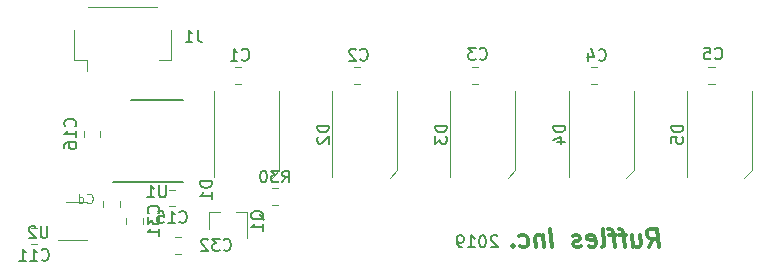
<source format=gbo>
G04 #@! TF.GenerationSoftware,KiCad,Pcbnew,(5.1.0)-1*
G04 #@! TF.CreationDate,2019-03-21T22:28:06+09:00*
G04 #@! TF.ProjectId,JuicyLight32,4a756963-794c-4696-9768-7433322e6b69,rev?*
G04 #@! TF.SameCoordinates,Original*
G04 #@! TF.FileFunction,Legend,Bot*
G04 #@! TF.FilePolarity,Positive*
%FSLAX46Y46*%
G04 Gerber Fmt 4.6, Leading zero omitted, Abs format (unit mm)*
G04 Created by KiCad (PCBNEW (5.1.0)-1) date 2019-03-21 22:28:06*
%MOMM*%
%LPD*%
G04 APERTURE LIST*
%ADD10C,0.200000*%
%ADD11C,0.300000*%
%ADD12C,0.120000*%
%ADD13C,0.150000*%
G04 APERTURE END LIST*
D10*
X143214285Y-108647619D02*
X143166666Y-108600000D01*
X143071428Y-108552380D01*
X142833333Y-108552380D01*
X142738095Y-108600000D01*
X142690476Y-108647619D01*
X142642857Y-108742857D01*
X142642857Y-108838095D01*
X142690476Y-108980952D01*
X143261904Y-109552380D01*
X142642857Y-109552380D01*
X142023809Y-108552380D02*
X141928571Y-108552380D01*
X141833333Y-108600000D01*
X141785714Y-108647619D01*
X141738095Y-108742857D01*
X141690476Y-108933333D01*
X141690476Y-109171428D01*
X141738095Y-109361904D01*
X141785714Y-109457142D01*
X141833333Y-109504761D01*
X141928571Y-109552380D01*
X142023809Y-109552380D01*
X142119047Y-109504761D01*
X142166666Y-109457142D01*
X142214285Y-109361904D01*
X142261904Y-109171428D01*
X142261904Y-108933333D01*
X142214285Y-108742857D01*
X142166666Y-108647619D01*
X142119047Y-108600000D01*
X142023809Y-108552380D01*
X140738095Y-109552380D02*
X141309523Y-109552380D01*
X141023809Y-109552380D02*
X141023809Y-108552380D01*
X141119047Y-108695238D01*
X141214285Y-108790476D01*
X141309523Y-108838095D01*
X140261904Y-109552380D02*
X140071428Y-109552380D01*
X139976190Y-109504761D01*
X139928571Y-109457142D01*
X139833333Y-109314285D01*
X139785714Y-109123809D01*
X139785714Y-108742857D01*
X139833333Y-108647619D01*
X139880952Y-108600000D01*
X139976190Y-108552380D01*
X140166666Y-108552380D01*
X140261904Y-108600000D01*
X140309523Y-108647619D01*
X140357142Y-108742857D01*
X140357142Y-108980952D01*
X140309523Y-109076190D01*
X140261904Y-109123809D01*
X140166666Y-109171428D01*
X139976190Y-109171428D01*
X139880952Y-109123809D01*
X139833333Y-109076190D01*
X139785714Y-108980952D01*
D11*
X156027500Y-109538571D02*
X156438214Y-108824285D01*
X156884642Y-109538571D02*
X156697142Y-108038571D01*
X156125714Y-108038571D01*
X155991785Y-108110000D01*
X155929285Y-108181428D01*
X155875714Y-108324285D01*
X155902500Y-108538571D01*
X155991785Y-108681428D01*
X156072142Y-108752857D01*
X156223928Y-108824285D01*
X156795357Y-108824285D01*
X154616785Y-108538571D02*
X154741785Y-109538571D01*
X155259642Y-108538571D02*
X155357857Y-109324285D01*
X155304285Y-109467142D01*
X155170357Y-109538571D01*
X154956071Y-109538571D01*
X154804285Y-109467142D01*
X154723928Y-109395714D01*
X154116785Y-108538571D02*
X153545357Y-108538571D01*
X154027500Y-109538571D02*
X153866785Y-108252857D01*
X153777500Y-108110000D01*
X153625714Y-108038571D01*
X153482857Y-108038571D01*
X153259642Y-108538571D02*
X152688214Y-108538571D01*
X153170357Y-109538571D02*
X153009642Y-108252857D01*
X152920357Y-108110000D01*
X152768571Y-108038571D01*
X152625714Y-108038571D01*
X152098928Y-109538571D02*
X152232857Y-109467142D01*
X152286428Y-109324285D01*
X152125714Y-108038571D01*
X150947142Y-109467142D02*
X151098928Y-109538571D01*
X151384642Y-109538571D01*
X151518571Y-109467142D01*
X151572142Y-109324285D01*
X151500714Y-108752857D01*
X151411428Y-108610000D01*
X151259642Y-108538571D01*
X150973928Y-108538571D01*
X150840000Y-108610000D01*
X150786428Y-108752857D01*
X150804285Y-108895714D01*
X151536428Y-109038571D01*
X150304285Y-109467142D02*
X150170357Y-109538571D01*
X149884642Y-109538571D01*
X149732857Y-109467142D01*
X149643571Y-109324285D01*
X149634642Y-109252857D01*
X149688214Y-109110000D01*
X149822142Y-109038571D01*
X150036428Y-109038571D01*
X150170357Y-108967142D01*
X150223928Y-108824285D01*
X150215000Y-108752857D01*
X150125714Y-108610000D01*
X149973928Y-108538571D01*
X149759642Y-108538571D01*
X149625714Y-108610000D01*
X147884642Y-109538571D02*
X147697142Y-108038571D01*
X147045357Y-108538571D02*
X147170357Y-109538571D01*
X147063214Y-108681428D02*
X146982857Y-108610000D01*
X146831071Y-108538571D01*
X146616785Y-108538571D01*
X146482857Y-108610000D01*
X146429285Y-108752857D01*
X146527500Y-109538571D01*
X145161428Y-109467142D02*
X145313214Y-109538571D01*
X145598928Y-109538571D01*
X145732857Y-109467142D01*
X145795357Y-109395714D01*
X145848928Y-109252857D01*
X145795357Y-108824285D01*
X145706071Y-108681428D01*
X145625714Y-108610000D01*
X145473928Y-108538571D01*
X145188214Y-108538571D01*
X145054285Y-108610000D01*
X144509642Y-109395714D02*
X144447142Y-109467142D01*
X144527500Y-109538571D01*
X144590000Y-109467142D01*
X144509642Y-109395714D01*
X144527500Y-109538571D01*
D12*
X118830000Y-106580000D02*
X119760000Y-106580000D01*
X121990000Y-106580000D02*
X121060000Y-106580000D01*
X121990000Y-106580000D02*
X121990000Y-108740000D01*
X118830000Y-106580000D02*
X118830000Y-108040000D01*
X124638578Y-104560000D02*
X124121422Y-104560000D01*
X124638578Y-105980000D02*
X124121422Y-105980000D01*
X115403922Y-106110000D02*
X115921078Y-106110000D01*
X115403922Y-104690000D02*
X115921078Y-104690000D01*
X115903922Y-110110000D02*
X116421078Y-110110000D01*
X115903922Y-108690000D02*
X116421078Y-108690000D01*
X111790000Y-107571078D02*
X111790000Y-107053922D01*
X113210000Y-107571078D02*
X113210000Y-107053922D01*
X111240000Y-106151078D02*
X111240000Y-105633922D01*
X109820000Y-106151078D02*
X109820000Y-105633922D01*
D13*
X112175000Y-97125000D02*
X116625000Y-97125000D01*
X110650000Y-104025000D02*
X116625000Y-104025000D01*
D12*
X108190000Y-100221078D02*
X108190000Y-99703922D01*
X109610000Y-100221078D02*
X109610000Y-99703922D01*
X106710000Y-105720000D02*
X108510000Y-105720000D01*
X108510000Y-108940000D02*
X106060000Y-108940000D01*
X159250000Y-96350000D02*
X159250000Y-103650000D01*
X164750000Y-96350000D02*
X164750000Y-103000000D01*
X164750000Y-103050000D02*
X164100000Y-103700000D01*
X119250000Y-96350000D02*
X119250000Y-103650000D01*
X124750000Y-96350000D02*
X124750000Y-103000000D01*
X124750000Y-103050000D02*
X124100000Y-103700000D01*
X134750000Y-103050000D02*
X134100000Y-103700000D01*
X134750000Y-96350000D02*
X134750000Y-103000000D01*
X129250000Y-96350000D02*
X129250000Y-103650000D01*
X154750000Y-103050000D02*
X154100000Y-103700000D01*
X154750000Y-96350000D02*
X154750000Y-103000000D01*
X149250000Y-96350000D02*
X149250000Y-103650000D01*
X139250000Y-96350000D02*
X139250000Y-103650000D01*
X144750000Y-96350000D02*
X144750000Y-103000000D01*
X144750000Y-103050000D02*
X144100000Y-103700000D01*
X120991422Y-94290000D02*
X121508578Y-94290000D01*
X120991422Y-95710000D02*
X121508578Y-95710000D01*
X104271078Y-109310000D02*
X103753922Y-109310000D01*
X104271078Y-107890000D02*
X103753922Y-107890000D01*
X161091422Y-94290000D02*
X161608578Y-94290000D01*
X161091422Y-95710000D02*
X161608578Y-95710000D01*
X151116422Y-95710000D02*
X151633578Y-95710000D01*
X151116422Y-94290000D02*
X151633578Y-94290000D01*
X141091422Y-94290000D02*
X141608578Y-94290000D01*
X141091422Y-95710000D02*
X141608578Y-95710000D01*
X131066422Y-95710000D02*
X131583578Y-95710000D01*
X131066422Y-94290000D02*
X131583578Y-94290000D01*
X107390000Y-91185000D02*
X107390000Y-93685000D01*
X107390000Y-93685000D02*
X108440000Y-93685000D01*
X108440000Y-93685000D02*
X108440000Y-94675000D01*
X115610000Y-91185000D02*
X115610000Y-93685000D01*
X115610000Y-93685000D02*
X114560000Y-93685000D01*
X108560000Y-89215000D02*
X114440000Y-89215000D01*
D13*
X123457619Y-107244761D02*
X123410000Y-107149523D01*
X123314761Y-107054285D01*
X123171904Y-106911428D01*
X123124285Y-106816190D01*
X123124285Y-106720952D01*
X123362380Y-106768571D02*
X123314761Y-106673333D01*
X123219523Y-106578095D01*
X123029047Y-106530476D01*
X122695714Y-106530476D01*
X122505238Y-106578095D01*
X122410000Y-106673333D01*
X122362380Y-106768571D01*
X122362380Y-106959047D01*
X122410000Y-107054285D01*
X122505238Y-107149523D01*
X122695714Y-107197142D01*
X123029047Y-107197142D01*
X123219523Y-107149523D01*
X123314761Y-107054285D01*
X123362380Y-106959047D01*
X123362380Y-106768571D01*
X123362380Y-108149523D02*
X123362380Y-107578095D01*
X123362380Y-107863809D02*
X122362380Y-107863809D01*
X122505238Y-107768571D01*
X122600476Y-107673333D01*
X122648095Y-107578095D01*
X125022857Y-104072380D02*
X125356190Y-103596190D01*
X125594285Y-104072380D02*
X125594285Y-103072380D01*
X125213333Y-103072380D01*
X125118095Y-103120000D01*
X125070476Y-103167619D01*
X125022857Y-103262857D01*
X125022857Y-103405714D01*
X125070476Y-103500952D01*
X125118095Y-103548571D01*
X125213333Y-103596190D01*
X125594285Y-103596190D01*
X124689523Y-103072380D02*
X124070476Y-103072380D01*
X124403809Y-103453333D01*
X124260952Y-103453333D01*
X124165714Y-103500952D01*
X124118095Y-103548571D01*
X124070476Y-103643809D01*
X124070476Y-103881904D01*
X124118095Y-103977142D01*
X124165714Y-104024761D01*
X124260952Y-104072380D01*
X124546666Y-104072380D01*
X124641904Y-104024761D01*
X124689523Y-103977142D01*
X123451428Y-103072380D02*
X123356190Y-103072380D01*
X123260952Y-103120000D01*
X123213333Y-103167619D01*
X123165714Y-103262857D01*
X123118095Y-103453333D01*
X123118095Y-103691428D01*
X123165714Y-103881904D01*
X123213333Y-103977142D01*
X123260952Y-104024761D01*
X123356190Y-104072380D01*
X123451428Y-104072380D01*
X123546666Y-104024761D01*
X123594285Y-103977142D01*
X123641904Y-103881904D01*
X123689523Y-103691428D01*
X123689523Y-103453333D01*
X123641904Y-103262857D01*
X123594285Y-103167619D01*
X123546666Y-103120000D01*
X123451428Y-103072380D01*
X116305357Y-107407142D02*
X116352976Y-107454761D01*
X116495833Y-107502380D01*
X116591071Y-107502380D01*
X116733928Y-107454761D01*
X116829166Y-107359523D01*
X116876785Y-107264285D01*
X116924404Y-107073809D01*
X116924404Y-106930952D01*
X116876785Y-106740476D01*
X116829166Y-106645238D01*
X116733928Y-106550000D01*
X116591071Y-106502380D01*
X116495833Y-106502380D01*
X116352976Y-106550000D01*
X116305357Y-106597619D01*
X115352976Y-107502380D02*
X115924404Y-107502380D01*
X115638690Y-107502380D02*
X115638690Y-106502380D01*
X115733928Y-106645238D01*
X115829166Y-106740476D01*
X115924404Y-106788095D01*
X114448214Y-106502380D02*
X114924404Y-106502380D01*
X114972023Y-106978571D01*
X114924404Y-106930952D01*
X114829166Y-106883333D01*
X114591071Y-106883333D01*
X114495833Y-106930952D01*
X114448214Y-106978571D01*
X114400595Y-107073809D01*
X114400595Y-107311904D01*
X114448214Y-107407142D01*
X114495833Y-107454761D01*
X114591071Y-107502380D01*
X114829166Y-107502380D01*
X114924404Y-107454761D01*
X114972023Y-107407142D01*
X120042857Y-109757142D02*
X120090476Y-109804761D01*
X120233333Y-109852380D01*
X120328571Y-109852380D01*
X120471428Y-109804761D01*
X120566666Y-109709523D01*
X120614285Y-109614285D01*
X120661904Y-109423809D01*
X120661904Y-109280952D01*
X120614285Y-109090476D01*
X120566666Y-108995238D01*
X120471428Y-108900000D01*
X120328571Y-108852380D01*
X120233333Y-108852380D01*
X120090476Y-108900000D01*
X120042857Y-108947619D01*
X119709523Y-108852380D02*
X119090476Y-108852380D01*
X119423809Y-109233333D01*
X119280952Y-109233333D01*
X119185714Y-109280952D01*
X119138095Y-109328571D01*
X119090476Y-109423809D01*
X119090476Y-109661904D01*
X119138095Y-109757142D01*
X119185714Y-109804761D01*
X119280952Y-109852380D01*
X119566666Y-109852380D01*
X119661904Y-109804761D01*
X119709523Y-109757142D01*
X118709523Y-108947619D02*
X118661904Y-108900000D01*
X118566666Y-108852380D01*
X118328571Y-108852380D01*
X118233333Y-108900000D01*
X118185714Y-108947619D01*
X118138095Y-109042857D01*
X118138095Y-109138095D01*
X118185714Y-109280952D01*
X118757142Y-109852380D01*
X118138095Y-109852380D01*
X114507142Y-106669642D02*
X114554761Y-106622023D01*
X114602380Y-106479166D01*
X114602380Y-106383928D01*
X114554761Y-106241071D01*
X114459523Y-106145833D01*
X114364285Y-106098214D01*
X114173809Y-106050595D01*
X114030952Y-106050595D01*
X113840476Y-106098214D01*
X113745238Y-106145833D01*
X113650000Y-106241071D01*
X113602380Y-106383928D01*
X113602380Y-106479166D01*
X113650000Y-106622023D01*
X113697619Y-106669642D01*
X113602380Y-107002976D02*
X113602380Y-107622023D01*
X113983333Y-107288690D01*
X113983333Y-107431547D01*
X114030952Y-107526785D01*
X114078571Y-107574404D01*
X114173809Y-107622023D01*
X114411904Y-107622023D01*
X114507142Y-107574404D01*
X114554761Y-107526785D01*
X114602380Y-107431547D01*
X114602380Y-107145833D01*
X114554761Y-107050595D01*
X114507142Y-107002976D01*
X114602380Y-108574404D02*
X114602380Y-108002976D01*
X114602380Y-108288690D02*
X113602380Y-108288690D01*
X113745238Y-108193452D01*
X113840476Y-108098214D01*
X113888095Y-108002976D01*
D12*
X108464285Y-105735714D02*
X108502380Y-105773809D01*
X108616666Y-105811904D01*
X108692857Y-105811904D01*
X108807142Y-105773809D01*
X108883333Y-105697619D01*
X108921428Y-105621428D01*
X108959523Y-105469047D01*
X108959523Y-105354761D01*
X108921428Y-105202380D01*
X108883333Y-105126190D01*
X108807142Y-105050000D01*
X108692857Y-105011904D01*
X108616666Y-105011904D01*
X108502380Y-105050000D01*
X108464285Y-105088095D01*
X107778571Y-105811904D02*
X107778571Y-105011904D01*
X107778571Y-105773809D02*
X107854761Y-105811904D01*
X108007142Y-105811904D01*
X108083333Y-105773809D01*
X108121428Y-105735714D01*
X108159523Y-105659523D01*
X108159523Y-105430952D01*
X108121428Y-105354761D01*
X108083333Y-105316666D01*
X108007142Y-105278571D01*
X107854761Y-105278571D01*
X107778571Y-105316666D01*
D13*
X115161904Y-104327380D02*
X115161904Y-105136904D01*
X115114285Y-105232142D01*
X115066666Y-105279761D01*
X114971428Y-105327380D01*
X114780952Y-105327380D01*
X114685714Y-105279761D01*
X114638095Y-105232142D01*
X114590476Y-105136904D01*
X114590476Y-104327380D01*
X113590476Y-105327380D02*
X114161904Y-105327380D01*
X113876190Y-105327380D02*
X113876190Y-104327380D01*
X113971428Y-104470238D01*
X114066666Y-104565476D01*
X114161904Y-104613095D01*
X107457142Y-99307142D02*
X107504761Y-99259523D01*
X107552380Y-99116666D01*
X107552380Y-99021428D01*
X107504761Y-98878571D01*
X107409523Y-98783333D01*
X107314285Y-98735714D01*
X107123809Y-98688095D01*
X106980952Y-98688095D01*
X106790476Y-98735714D01*
X106695238Y-98783333D01*
X106600000Y-98878571D01*
X106552380Y-99021428D01*
X106552380Y-99116666D01*
X106600000Y-99259523D01*
X106647619Y-99307142D01*
X107552380Y-100259523D02*
X107552380Y-99688095D01*
X107552380Y-99973809D02*
X106552380Y-99973809D01*
X106695238Y-99878571D01*
X106790476Y-99783333D01*
X106838095Y-99688095D01*
X106552380Y-101116666D02*
X106552380Y-100926190D01*
X106600000Y-100830952D01*
X106647619Y-100783333D01*
X106790476Y-100688095D01*
X106980952Y-100640476D01*
X107361904Y-100640476D01*
X107457142Y-100688095D01*
X107504761Y-100735714D01*
X107552380Y-100830952D01*
X107552380Y-101021428D01*
X107504761Y-101116666D01*
X107457142Y-101164285D01*
X107361904Y-101211904D01*
X107123809Y-101211904D01*
X107028571Y-101164285D01*
X106980952Y-101116666D01*
X106933333Y-101021428D01*
X106933333Y-100830952D01*
X106980952Y-100735714D01*
X107028571Y-100688095D01*
X107123809Y-100640476D01*
X105111904Y-107782380D02*
X105111904Y-108591904D01*
X105064285Y-108687142D01*
X105016666Y-108734761D01*
X104921428Y-108782380D01*
X104730952Y-108782380D01*
X104635714Y-108734761D01*
X104588095Y-108687142D01*
X104540476Y-108591904D01*
X104540476Y-107782380D01*
X104111904Y-107877619D02*
X104064285Y-107830000D01*
X103969047Y-107782380D01*
X103730952Y-107782380D01*
X103635714Y-107830000D01*
X103588095Y-107877619D01*
X103540476Y-107972857D01*
X103540476Y-108068095D01*
X103588095Y-108210952D01*
X104159523Y-108782380D01*
X103540476Y-108782380D01*
X158952380Y-99261904D02*
X157952380Y-99261904D01*
X157952380Y-99500000D01*
X158000000Y-99642857D01*
X158095238Y-99738095D01*
X158190476Y-99785714D01*
X158380952Y-99833333D01*
X158523809Y-99833333D01*
X158714285Y-99785714D01*
X158809523Y-99738095D01*
X158904761Y-99642857D01*
X158952380Y-99500000D01*
X158952380Y-99261904D01*
X157952380Y-100738095D02*
X157952380Y-100261904D01*
X158428571Y-100214285D01*
X158380952Y-100261904D01*
X158333333Y-100357142D01*
X158333333Y-100595238D01*
X158380952Y-100690476D01*
X158428571Y-100738095D01*
X158523809Y-100785714D01*
X158761904Y-100785714D01*
X158857142Y-100738095D01*
X158904761Y-100690476D01*
X158952380Y-100595238D01*
X158952380Y-100357142D01*
X158904761Y-100261904D01*
X158857142Y-100214285D01*
X119052380Y-103961904D02*
X118052380Y-103961904D01*
X118052380Y-104200000D01*
X118100000Y-104342857D01*
X118195238Y-104438095D01*
X118290476Y-104485714D01*
X118480952Y-104533333D01*
X118623809Y-104533333D01*
X118814285Y-104485714D01*
X118909523Y-104438095D01*
X119004761Y-104342857D01*
X119052380Y-104200000D01*
X119052380Y-103961904D01*
X119052380Y-105485714D02*
X119052380Y-104914285D01*
X119052380Y-105200000D02*
X118052380Y-105200000D01*
X118195238Y-105104761D01*
X118290476Y-105009523D01*
X118338095Y-104914285D01*
X128952380Y-99261904D02*
X127952380Y-99261904D01*
X127952380Y-99500000D01*
X128000000Y-99642857D01*
X128095238Y-99738095D01*
X128190476Y-99785714D01*
X128380952Y-99833333D01*
X128523809Y-99833333D01*
X128714285Y-99785714D01*
X128809523Y-99738095D01*
X128904761Y-99642857D01*
X128952380Y-99500000D01*
X128952380Y-99261904D01*
X128047619Y-100214285D02*
X128000000Y-100261904D01*
X127952380Y-100357142D01*
X127952380Y-100595238D01*
X128000000Y-100690476D01*
X128047619Y-100738095D01*
X128142857Y-100785714D01*
X128238095Y-100785714D01*
X128380952Y-100738095D01*
X128952380Y-100166666D01*
X128952380Y-100785714D01*
X148952380Y-99261904D02*
X147952380Y-99261904D01*
X147952380Y-99500000D01*
X148000000Y-99642857D01*
X148095238Y-99738095D01*
X148190476Y-99785714D01*
X148380952Y-99833333D01*
X148523809Y-99833333D01*
X148714285Y-99785714D01*
X148809523Y-99738095D01*
X148904761Y-99642857D01*
X148952380Y-99500000D01*
X148952380Y-99261904D01*
X148285714Y-100690476D02*
X148952380Y-100690476D01*
X147904761Y-100452380D02*
X148619047Y-100214285D01*
X148619047Y-100833333D01*
X138952380Y-99261904D02*
X137952380Y-99261904D01*
X137952380Y-99500000D01*
X138000000Y-99642857D01*
X138095238Y-99738095D01*
X138190476Y-99785714D01*
X138380952Y-99833333D01*
X138523809Y-99833333D01*
X138714285Y-99785714D01*
X138809523Y-99738095D01*
X138904761Y-99642857D01*
X138952380Y-99500000D01*
X138952380Y-99261904D01*
X137952380Y-100166666D02*
X137952380Y-100785714D01*
X138333333Y-100452380D01*
X138333333Y-100595238D01*
X138380952Y-100690476D01*
X138428571Y-100738095D01*
X138523809Y-100785714D01*
X138761904Y-100785714D01*
X138857142Y-100738095D01*
X138904761Y-100690476D01*
X138952380Y-100595238D01*
X138952380Y-100309523D01*
X138904761Y-100214285D01*
X138857142Y-100166666D01*
X121591666Y-93657142D02*
X121639285Y-93704761D01*
X121782142Y-93752380D01*
X121877380Y-93752380D01*
X122020238Y-93704761D01*
X122115476Y-93609523D01*
X122163095Y-93514285D01*
X122210714Y-93323809D01*
X122210714Y-93180952D01*
X122163095Y-92990476D01*
X122115476Y-92895238D01*
X122020238Y-92800000D01*
X121877380Y-92752380D01*
X121782142Y-92752380D01*
X121639285Y-92800000D01*
X121591666Y-92847619D01*
X120639285Y-93752380D02*
X121210714Y-93752380D01*
X120925000Y-93752380D02*
X120925000Y-92752380D01*
X121020238Y-92895238D01*
X121115476Y-92990476D01*
X121210714Y-93038095D01*
X104642857Y-110607142D02*
X104690476Y-110654761D01*
X104833333Y-110702380D01*
X104928571Y-110702380D01*
X105071428Y-110654761D01*
X105166666Y-110559523D01*
X105214285Y-110464285D01*
X105261904Y-110273809D01*
X105261904Y-110130952D01*
X105214285Y-109940476D01*
X105166666Y-109845238D01*
X105071428Y-109750000D01*
X104928571Y-109702380D01*
X104833333Y-109702380D01*
X104690476Y-109750000D01*
X104642857Y-109797619D01*
X103690476Y-110702380D02*
X104261904Y-110702380D01*
X103976190Y-110702380D02*
X103976190Y-109702380D01*
X104071428Y-109845238D01*
X104166666Y-109940476D01*
X104261904Y-109988095D01*
X102738095Y-110702380D02*
X103309523Y-110702380D01*
X103023809Y-110702380D02*
X103023809Y-109702380D01*
X103119047Y-109845238D01*
X103214285Y-109940476D01*
X103309523Y-109988095D01*
X161641666Y-93557142D02*
X161689285Y-93604761D01*
X161832142Y-93652380D01*
X161927380Y-93652380D01*
X162070238Y-93604761D01*
X162165476Y-93509523D01*
X162213095Y-93414285D01*
X162260714Y-93223809D01*
X162260714Y-93080952D01*
X162213095Y-92890476D01*
X162165476Y-92795238D01*
X162070238Y-92700000D01*
X161927380Y-92652380D01*
X161832142Y-92652380D01*
X161689285Y-92700000D01*
X161641666Y-92747619D01*
X160736904Y-92652380D02*
X161213095Y-92652380D01*
X161260714Y-93128571D01*
X161213095Y-93080952D01*
X161117857Y-93033333D01*
X160879761Y-93033333D01*
X160784523Y-93080952D01*
X160736904Y-93128571D01*
X160689285Y-93223809D01*
X160689285Y-93461904D01*
X160736904Y-93557142D01*
X160784523Y-93604761D01*
X160879761Y-93652380D01*
X161117857Y-93652380D01*
X161213095Y-93604761D01*
X161260714Y-93557142D01*
X151791666Y-93682142D02*
X151839285Y-93729761D01*
X151982142Y-93777380D01*
X152077380Y-93777380D01*
X152220238Y-93729761D01*
X152315476Y-93634523D01*
X152363095Y-93539285D01*
X152410714Y-93348809D01*
X152410714Y-93205952D01*
X152363095Y-93015476D01*
X152315476Y-92920238D01*
X152220238Y-92825000D01*
X152077380Y-92777380D01*
X151982142Y-92777380D01*
X151839285Y-92825000D01*
X151791666Y-92872619D01*
X150934523Y-93110714D02*
X150934523Y-93777380D01*
X151172619Y-92729761D02*
X151410714Y-93444047D01*
X150791666Y-93444047D01*
X141716666Y-93582142D02*
X141764285Y-93629761D01*
X141907142Y-93677380D01*
X142002380Y-93677380D01*
X142145238Y-93629761D01*
X142240476Y-93534523D01*
X142288095Y-93439285D01*
X142335714Y-93248809D01*
X142335714Y-93105952D01*
X142288095Y-92915476D01*
X142240476Y-92820238D01*
X142145238Y-92725000D01*
X142002380Y-92677380D01*
X141907142Y-92677380D01*
X141764285Y-92725000D01*
X141716666Y-92772619D01*
X141383333Y-92677380D02*
X140764285Y-92677380D01*
X141097619Y-93058333D01*
X140954761Y-93058333D01*
X140859523Y-93105952D01*
X140811904Y-93153571D01*
X140764285Y-93248809D01*
X140764285Y-93486904D01*
X140811904Y-93582142D01*
X140859523Y-93629761D01*
X140954761Y-93677380D01*
X141240476Y-93677380D01*
X141335714Y-93629761D01*
X141383333Y-93582142D01*
X131616666Y-93657142D02*
X131664285Y-93704761D01*
X131807142Y-93752380D01*
X131902380Y-93752380D01*
X132045238Y-93704761D01*
X132140476Y-93609523D01*
X132188095Y-93514285D01*
X132235714Y-93323809D01*
X132235714Y-93180952D01*
X132188095Y-92990476D01*
X132140476Y-92895238D01*
X132045238Y-92800000D01*
X131902380Y-92752380D01*
X131807142Y-92752380D01*
X131664285Y-92800000D01*
X131616666Y-92847619D01*
X131235714Y-92847619D02*
X131188095Y-92800000D01*
X131092857Y-92752380D01*
X130854761Y-92752380D01*
X130759523Y-92800000D01*
X130711904Y-92847619D01*
X130664285Y-92942857D01*
X130664285Y-93038095D01*
X130711904Y-93180952D01*
X131283333Y-93752380D01*
X130664285Y-93752380D01*
X117833333Y-91152380D02*
X117833333Y-91866666D01*
X117880952Y-92009523D01*
X117976190Y-92104761D01*
X118119047Y-92152380D01*
X118214285Y-92152380D01*
X116833333Y-92152380D02*
X117404761Y-92152380D01*
X117119047Y-92152380D02*
X117119047Y-91152380D01*
X117214285Y-91295238D01*
X117309523Y-91390476D01*
X117404761Y-91438095D01*
M02*

</source>
